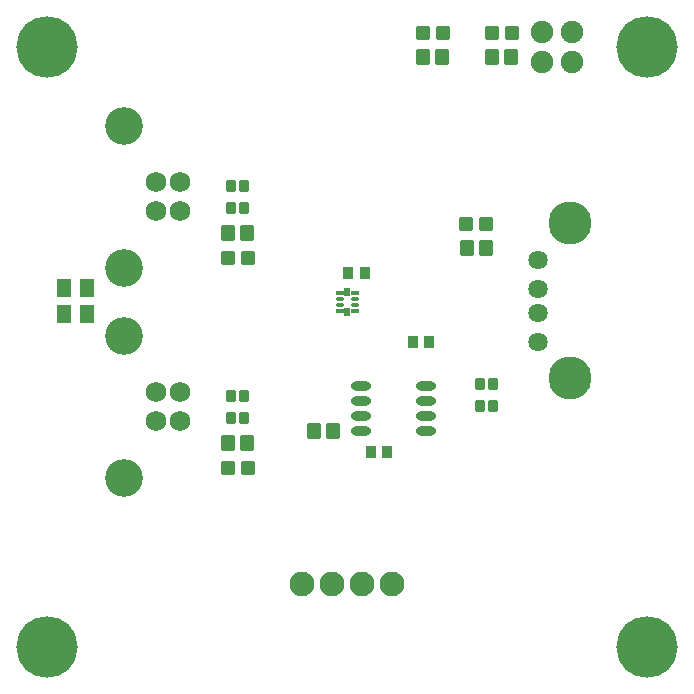
<source format=gts>
G04 Layer: TopSolderMaskLayer*
G04 EasyEDA v6.5.34, 2023-09-10 21:38:17*
G04 5915201a24e44bbb9a238a9ce508910a,5a6b42c53f6a479593ecc07194224c93,10*
G04 Gerber Generator version 0.2*
G04 Scale: 100 percent, Rotated: No, Reflected: No *
G04 Dimensions in millimeters *
G04 leading zeros omitted , absolute positions ,4 integer and 5 decimal *
%FSLAX45Y45*%
%MOMM*%

%AMMACRO1*1,1,$1,$2,$3*1,1,$1,$4,$5*1,1,$1,0-$2,0-$3*1,1,$1,0-$4,0-$5*20,1,$1,$2,$3,$4,$5,0*20,1,$1,$4,$5,0-$2,0-$3,0*20,1,$1,0-$2,0-$3,0-$4,0-$5,0*20,1,$1,0-$4,0-$5,$2,$3,0*4,1,4,$2,$3,$4,$5,0-$2,0-$3,0-$4,0-$5,$2,$3,0*%
%ADD10MACRO1,0.1016X-0.5663X0.6885X-0.5663X-0.6885*%
%ADD11MACRO1,0.1016X0.5663X0.6885X0.5663X-0.6885*%
%ADD12MACRO1,0.2032X0.5X-0.55X-0.5X-0.55*%
%ADD13MACRO1,0.2032X-0.45X-0.5X-0.45X0.5*%
%ADD14MACRO1,0.1016X-0.4X0.45X0.4X0.45*%
%ADD15MACRO1,0.1016X0.35X0.45X0.35X-0.45*%
%ADD16O,1.7232122X0.8031988000000001*%
%ADD17MACRO1,0.1016X0.29X0.15X0.29X-0.15*%
%ADD18MACRO1,0.1016X0.29X0.125X0.29X-0.125*%
%ADD19MACRO1,0.1016X-0.175X0.315X0.175X0.315*%
%ADD20MACRO1,0.1016X-0.29X-0.15X-0.29X0.15*%
%ADD21MACRO1,0.1016X-0.29X-0.125X-0.29X0.125*%
%ADD22MACRO1,0.1016X0.175X-0.315X-0.175X-0.315*%
%ADD23C,3.2032*%
%ADD24C,1.7272*%
%ADD25C,1.6342*%
%ADD26C,3.6533*%
%ADD27C,5.2032*%
%ADD28C,2.1016*%
%ADD29C,1.9016*%

%LPD*%
D10*
G01*
X718926Y3416296D03*
D11*
G01*
X525673Y3416296D03*
D10*
G01*
X718926Y3200396D03*
D11*
G01*
X525673Y3200396D03*
D12*
G01*
X3564884Y5372092D03*
G01*
X3724884Y5372092D03*
D13*
G01*
X3559883Y5575284D03*
G01*
X3729883Y5575284D03*
D12*
G01*
X3933184Y3759192D03*
G01*
X4093184Y3759192D03*
D13*
G01*
X3928183Y3962384D03*
G01*
X4098183Y3962384D03*
D12*
G01*
X2637787Y2209794D03*
G01*
X2797787Y2209794D03*
D14*
G01*
X3613292Y2959094D03*
G01*
X3473292Y2959094D03*
G01*
X3257692Y2031994D03*
G01*
X3117692Y2031994D03*
D15*
G01*
X2048897Y2321488D03*
G01*
X2048896Y2504495D03*
G01*
X1938891Y2504495D03*
G01*
X1938891Y2321488D03*
G01*
X2048894Y4099486D03*
G01*
X2048893Y4282493D03*
G01*
X1938888Y4282493D03*
G01*
X1938888Y4099486D03*
D16*
G01*
X3588682Y2209792D03*
G01*
X3588682Y2336792D03*
G01*
X3588682Y2463792D03*
G01*
X3588682Y2590792D03*
G01*
X3040702Y2209792D03*
G01*
X3040702Y2336792D03*
G01*
X3040702Y2463792D03*
G01*
X3040702Y2590792D03*
D17*
G01*
X2856999Y3376786D03*
D18*
G01*
X2856999Y3326787D03*
G01*
X2856999Y3276787D03*
D17*
G01*
X2856994Y3226786D03*
D19*
G01*
X2920994Y3215991D03*
D20*
G01*
X2984994Y3226786D03*
D21*
G01*
X2984995Y3276787D03*
G01*
X2984995Y3326787D03*
D20*
G01*
X2984995Y3376786D03*
D22*
G01*
X2920842Y3387992D03*
D23*
G01*
X1034508Y4792997D03*
G01*
X1034508Y3588986D03*
D24*
G01*
X1305501Y4065998D03*
G01*
X1305501Y4315985D03*
G01*
X1505501Y4315985D03*
G01*
X1505501Y4065998D03*
D23*
G01*
X1034508Y3014997D03*
G01*
X1034508Y1810986D03*
D24*
G01*
X1305501Y2287998D03*
G01*
X1305501Y2537985D03*
G01*
X1505501Y2537985D03*
G01*
X1505501Y2287998D03*
D13*
G01*
X1908886Y3670284D03*
G01*
X2078885Y3670284D03*
D12*
G01*
X1913887Y3886192D03*
G01*
X2073887Y3886192D03*
G01*
X1913887Y2108194D03*
G01*
X2073887Y2108194D03*
D13*
G01*
X1908886Y1892287D03*
G01*
X2078885Y1892287D03*
G01*
X4144083Y5575284D03*
G01*
X4314083Y5575284D03*
D12*
G01*
X4149084Y5372092D03*
G01*
X4309084Y5372092D03*
D14*
G01*
X3067194Y3543292D03*
G01*
X2927195Y3543292D03*
D15*
G01*
X4157093Y2423088D03*
G01*
X4157092Y2606095D03*
G01*
X4047086Y2606095D03*
G01*
X4047086Y2423088D03*
D25*
G01*
X4533892Y2959092D03*
G01*
X4533892Y3209079D03*
G01*
X4533892Y3409078D03*
G01*
X4533892Y3659090D03*
D26*
G01*
X4804884Y2652082D03*
G01*
X4804884Y3966100D03*
D27*
G01*
X380992Y5460992D03*
G01*
X380992Y380992D03*
G01*
X5460992Y380992D03*
G01*
X5460992Y5460992D03*
D28*
G01*
X3301992Y914392D03*
G01*
X2539992Y914392D03*
G01*
X2793992Y914392D03*
G01*
X3047992Y914392D03*
D29*
G01*
X4571992Y5587992D03*
G01*
X4571992Y5333992D03*
G01*
X4825992Y5333992D03*
G01*
X4825992Y5587992D03*
M02*

</source>
